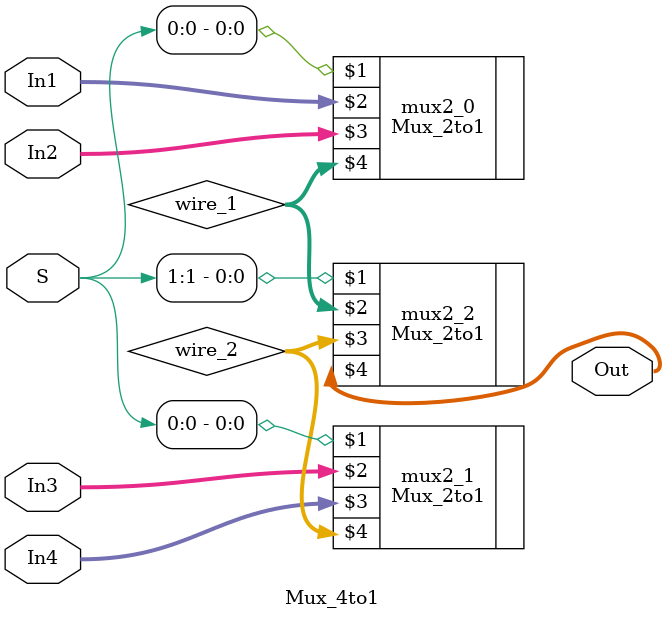
<source format=sv>
module Mux_4to1 (S, In1, In2, In3, In4, Out);
  parameter n=8;
  input [1:0] S;
  input [n-1:0]In1, In2, In3, In4;
  output wire[n-1:0]Out;
  
  wire [n-1:0] wire_1, wire_2;
  
  Mux_2to1 mux2_0(S[0], In1, In2, wire_1);
  Mux_2to1 mux2_1(S[0], In3, In4, wire_2);
  Mux_2to1 mux2_2(S[1], wire_1, wire_2, Out);
  
endmodule
</source>
